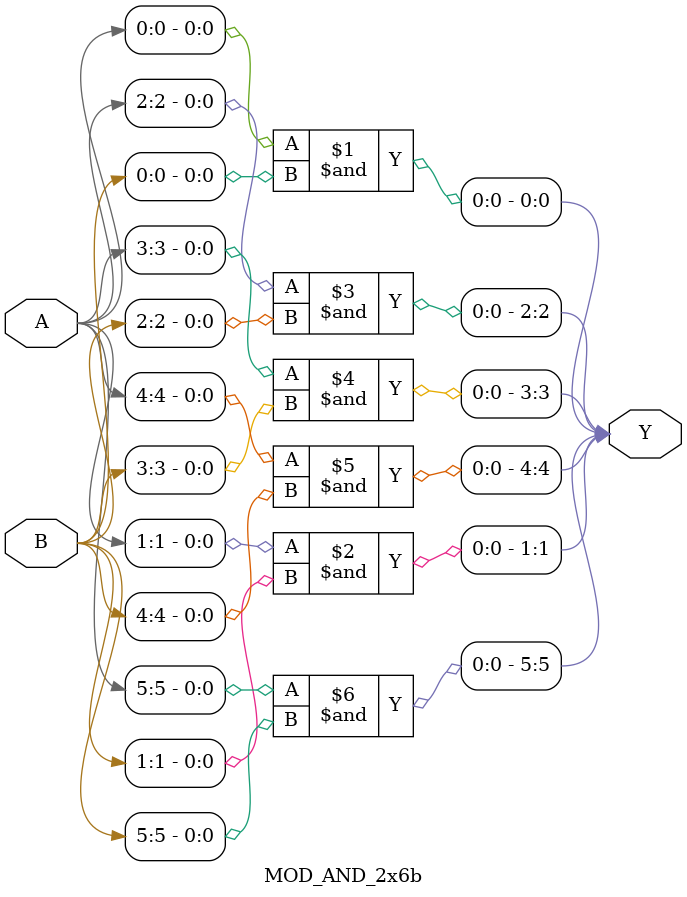
<source format=v>
`timescale 1ns / 1ps


module MOD_AND_2x6b(
    input [5:0] A,
    input [5:0] B,
    output [5:0] Y
    );
    
    assign Y[0] = A[0] & B[0];
    assign Y[1] = A[1] & B[1];
    assign Y[2] = A[2] & B[2];
    assign Y[3] = A[3] & B[3];
    assign Y[4] = A[4] & B[4];
    assign Y[5] = A[5] & B[5];
    
endmodule
</source>
